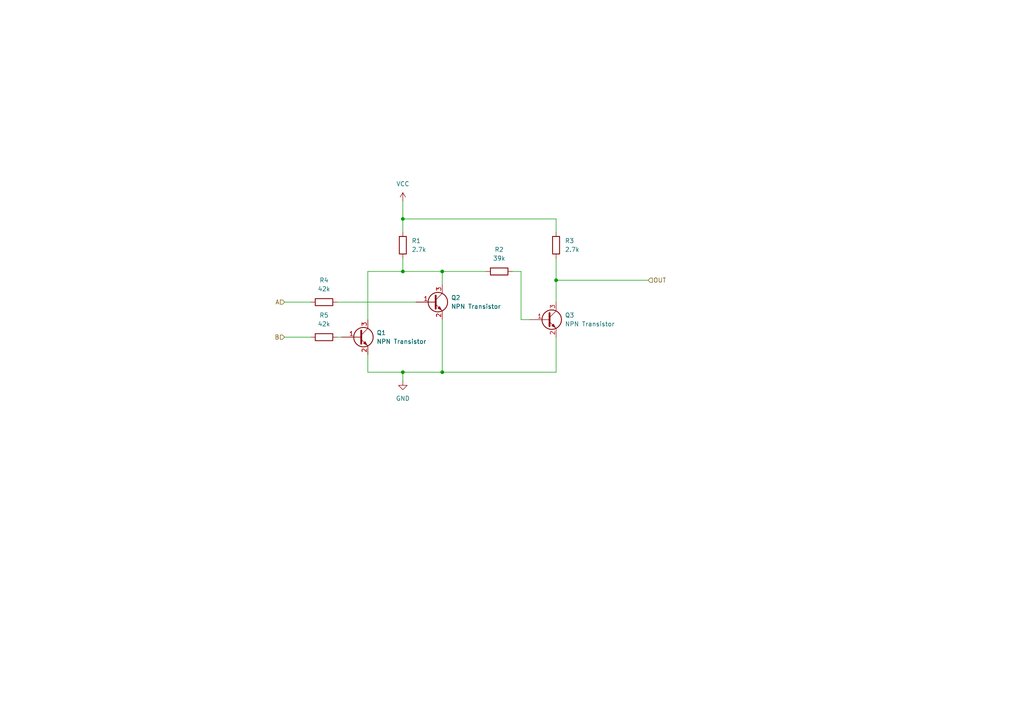
<source format=kicad_sch>
(kicad_sch (version 20231120) (generator "eeschema") (generator_version "8.0")
  (paper "A4")
  (lib_symbols
    (symbol "Device:R" (pin_numbers hide) (pin_names (offset 0))
      (property "Reference" "R" (at 2.032 0 90))
      (property "Value" "R" (at 0 0 90))
      (symbol "R_0_1"
        (rectangle (start -1.016 -2.54) (end 1.016 2.54) (stroke (width 0.254)))
      )
      (symbol "R_1_1"
        (pin passive line (at 0 3.81 270) (length 1.27) (name "~") (number "1"))
        (pin passive line (at 0 -3.81 90) (length 1.27) (name "~") (number "2"))
      )
    )
    (symbol "Transistor_BJT:BC846" (pin_names (offset 0) hide)
      (property "Reference" "Q" (at 5.08 1.905 0))
      (property "Value" "BC846" (at 5.08 0 0))
      (symbol "BC846_0_1"
        (polyline (pts (xy 0.635 0.635) (xy 2.54 2.54)))
        (polyline (pts (xy 0.635 -0.635) (xy 2.54 -2.54) (xy 2.54 -2.54)))
        (polyline (pts (xy 0.635 1.905) (xy 0.635 -1.905) (xy 0.635 -1.905)) (stroke (width 0.508)))
        (polyline (pts (xy 1.27 -1.778) (xy 1.778 -1.27) (xy 2.286 -2.286) (xy 1.27 -1.778) (xy 1.27 -1.778)) (fill (type outline)))
        (circle (center 1.27 0) (radius 2.8194) (stroke (width 0.254)))
      )
      (symbol "BC846_1_1"
        (pin input line (at -5.08 0 0) (length 5.715) (name "B") (number "1"))
        (pin passive line (at 2.54 -5.08 90) (length 2.54) (name "E") (number "2"))
        (pin passive line (at 2.54 5.08 270) (length 2.54) (name "C") (number "3"))
      )
    )
    (symbol "power:GND" (power) (pin_numbers hide) (pin_names (offset 0) hide)
      (property "Value" "GND" (at 0 -3.81 0))
      (symbol "GND_0_1"
        (polyline (pts (xy 0 0) (xy 0 -1.27) (xy 1.27 -1.27) (xy 0 -2.54) (xy -1.27 -1.27) (xy 0 -1.27)))
      )
      (symbol "GND_1_1"
        (pin power_in line (at 0 0 270) (length 0) (name "~") (number "1"))
      )
    )
    (symbol "power:VCC" (power) (pin_numbers hide) (pin_names (offset 0) hide)
      (property "Value" "VCC" (at 0 3.556 0))
      (symbol "VCC_0_1"
        (polyline (pts (xy -0.762 1.27) (xy 0 2.54)))
        (polyline (pts (xy 0 0) (xy 0 2.54)))
        (polyline (pts (xy 0 2.54) (xy 0.762 1.27)))
      )
      (symbol "VCC_1_1"
        (pin power_in line (at 0 0 90) (length 0) (name "~") (number "1"))
      )
    )
  )
  (junction (at 116.84 107.95))
  (junction (at 161.29 81.28))
  (junction (at 128.27 107.95))
  (junction (at 116.84 63.5))
  (junction (at 128.27 78.74))
  (junction (at 116.84 78.74))
  (wire (pts (xy 116.84 74.93) (xy 116.84 78.74)))
  (wire (pts (xy 97.79 97.79) (xy 99.06 97.79)))
  (wire (pts (xy 106.68 107.95) (xy 116.84 107.95)))
  (wire (pts (xy 116.84 107.95) (xy 128.27 107.95)))
  (wire (pts (xy 161.29 63.5) (xy 161.29 67.31)))
  (wire (pts (xy 128.27 107.95) (xy 128.27 92.71)))
  (wire (pts (xy 116.84 63.5) (xy 161.29 63.5)))
  (wire (pts (xy 116.84 107.95) (xy 116.84 110.49)))
  (wire (pts (xy 116.84 78.74) (xy 128.27 78.74)))
  (wire (pts (xy 82.55 87.63) (xy 90.17 87.63)))
  (wire (pts (xy 161.29 74.93) (xy 161.29 81.28)))
  (wire (pts (xy 161.29 81.28) (xy 161.29 87.63)))
  (wire (pts (xy 97.79 87.63) (xy 120.65 87.63)))
  (wire (pts (xy 116.84 63.5) (xy 116.84 67.31)))
  (wire (pts (xy 82.55 97.79) (xy 90.17 97.79)))
  (wire (pts (xy 128.27 78.74) (xy 128.27 82.55)))
  (wire (pts (xy 106.68 78.74) (xy 106.68 92.71)))
  (wire (pts (xy 116.84 58.42) (xy 116.84 63.5)))
  (wire (pts (xy 151.13 78.74) (xy 148.59 78.74)))
  (wire (pts (xy 161.29 97.79) (xy 161.29 107.95)))
  (wire (pts (xy 151.13 92.71) (xy 151.13 78.74)))
  (wire (pts (xy 151.13 92.71) (xy 153.67 92.71)))
  (wire (pts (xy 116.84 78.74) (xy 106.68 78.74)))
  (wire (pts (xy 161.29 107.95) (xy 128.27 107.95)))
  (wire (pts (xy 161.29 81.28) (xy 187.96 81.28)))
  (wire (pts (xy 128.27 78.74) (xy 140.97 78.74)))
  (wire (pts (xy 106.68 102.87) (xy 106.68 107.95)))
  (hierarchical_label "A" (shape input) (at 82.55 87.63 180))
  (hierarchical_label "B" (shape input) (at 82.55 97.79 180))
  (hierarchical_label "OUT" (shape input) (at 187.96 81.28 0))
  (symbol (lib_id "power:VCC") (at 116.84 58.42 0) (unit 1)
    (property "Reference" "#PWR01" (effects (hide yes)))
    (property "Value" "VCC" (at 116.84 53.34 0))
    (property "Description" "Power symbol creates a global label with name \"VCC\"" (effects (hide yes)))
  )
  (symbol (lib_id "Device:R") (at 116.84 71.12 0) (unit 1)
    (property "Reference" "R1" (at 119.38 69.8499 0) (effects (justify left)))
    (property "Value" "2.7k" (at 119.38 72.3899 0) (effects (justify left)))
    (property "Footprint" "Resistor_SMD:R_0805_2012Metric" (effects (hide yes)))
    (property "Datasheet" "https://jlcpcb.com/partdetail/ta_iTech-RMS10JT272/C912672" (effects (hide yes)))
    (property "Description" "C912672" (effects (hide yes)))
  )
  (symbol (lib_id "Transistor_BJT:BC846") (at 104.14 97.79 0) (unit 1)
    (property "Reference" "Q1" (at 109.22 96.5199 0) (effects (justify left)))
    (property "Value" "NPN Transistor" (at 109.22 99.0599 0) (effects (justify left)))
    (property "Footprint" "Package_TO_SOT_SMD:SOT-23" (effects (hide yes)))
    (property "Datasheet" "https://jlcpcb.com/partdetail/Jsmsemi-S8050J3Y/C18221467" (effects (hide yes)))
    (property "Description" "C18221467" (effects (hide yes)))
  )
  (symbol (lib_id "Transistor_BJT:BC846") (at 158.75 92.71 0) (unit 1)
    (property "Reference" "Q3" (at 163.83 91.4399 0) (effects (justify left)))
    (property "Value" "NPN Transistor" (at 163.83 93.9799 0) (effects (justify left)))
    (property "Footprint" "Package_TO_SOT_SMD:SOT-23" (effects (hide yes)))
    (property "Datasheet" "https://jlcpcb.com/partdetail/Jsmsemi-S8050J3Y/C18221467" (effects (hide yes)))
    (property "Description" "C18221467" (effects (hide yes)))
  )
  (symbol (lib_id "Device:R") (at 161.29 71.12 0) (unit 1)
    (property "Reference" "R3" (at 163.83 69.8499 0) (effects (justify left)))
    (property "Value" "2.7k" (at 163.83 72.3899 0) (effects (justify left)))
    (property "Footprint" "Resistor_SMD:R_0805_2012Metric" (effects (hide yes)))
    (property "Datasheet" "https://jlcpcb.com/partdetail/ta_iTech-RMS10JT272/C912672" (effects (hide yes)))
    (property "Description" "C912672" (effects (hide yes)))
  )
  (symbol (lib_id "Transistor_BJT:BC846") (at 125.73 87.63 0) (unit 1)
    (property "Reference" "Q2" (at 130.81 86.3599 0) (effects (justify left)))
    (property "Value" "NPN Transistor" (at 130.81 88.8999 0) (effects (justify left)))
    (property "Footprint" "Package_TO_SOT_SMD:SOT-23" (effects (hide yes)))
    (property "Datasheet" "https://jlcpcb.com/partdetail/Jsmsemi-S8050J3Y/C18221467" (effects (hide yes)))
    (property "Description" "C18221467" (effects (hide yes)))
  )
  (symbol (lib_id "power:GND") (at 116.84 110.49 0) (unit 1)
    (property "Reference" "#PWR02" (effects (hide yes)))
    (property "Value" "GND" (at 116.84 115.57 0))
    (property "Description" "Power symbol creates a global label with name \"GND\" , ground" (effects (hide yes)))
  )
  (symbol (lib_id "Device:R") (at 144.78 78.74 90) (unit 1)
    (property "Reference" "R2" (at 144.78 72.39 90))
    (property "Value" "39k" (at 144.78 74.93 90))
    (property "Footprint" "Resistor_SMD:R_0805_2012Metric" (effects (hide yes)))
    (property "Datasheet" "https://jlcpcb.com/partdetail/ta_iTech-RM10JTN393/C188147" (effects (hide yes)))
    (property "Description" "C188147" (effects (hide yes)))
  )
  (symbol (lib_id "Device:R") (at 93.98 87.63 90) (unit 1)
    (property "Reference" "R4" (at 93.98 81.28 90))
    (property "Value" "42k" (at 93.98 83.82 90))
    (property "Footprint" "Resistor_SMD:R_0805_2012Metric" (effects (hide yes)))
    (property "Datasheet" "https://jlcpcb.com/partdetail/Koa_SpeerElec-RK73H2ATTD4122F/C317445" (effects (hide yes)))
    (property "Description" "C317445" (effects (hide yes)))
  )
  (symbol (lib_id "Device:R") (at 93.98 97.79 90) (unit 1)
    (property "Reference" "R5" (at 93.98 91.44 90))
    (property "Value" "42k" (at 93.98 93.98 90))
    (property "Footprint" "Resistor_SMD:R_0805_2012Metric" (effects (hide yes)))
    (property "Datasheet" "https://jlcpcb.com/partdetail/Koa_SpeerElec-RK73H2ATTD4122F/C317445" (effects (hide yes)))
    (property "Description" "C317445" (effects (hide yes)))
  )
)
</source>
